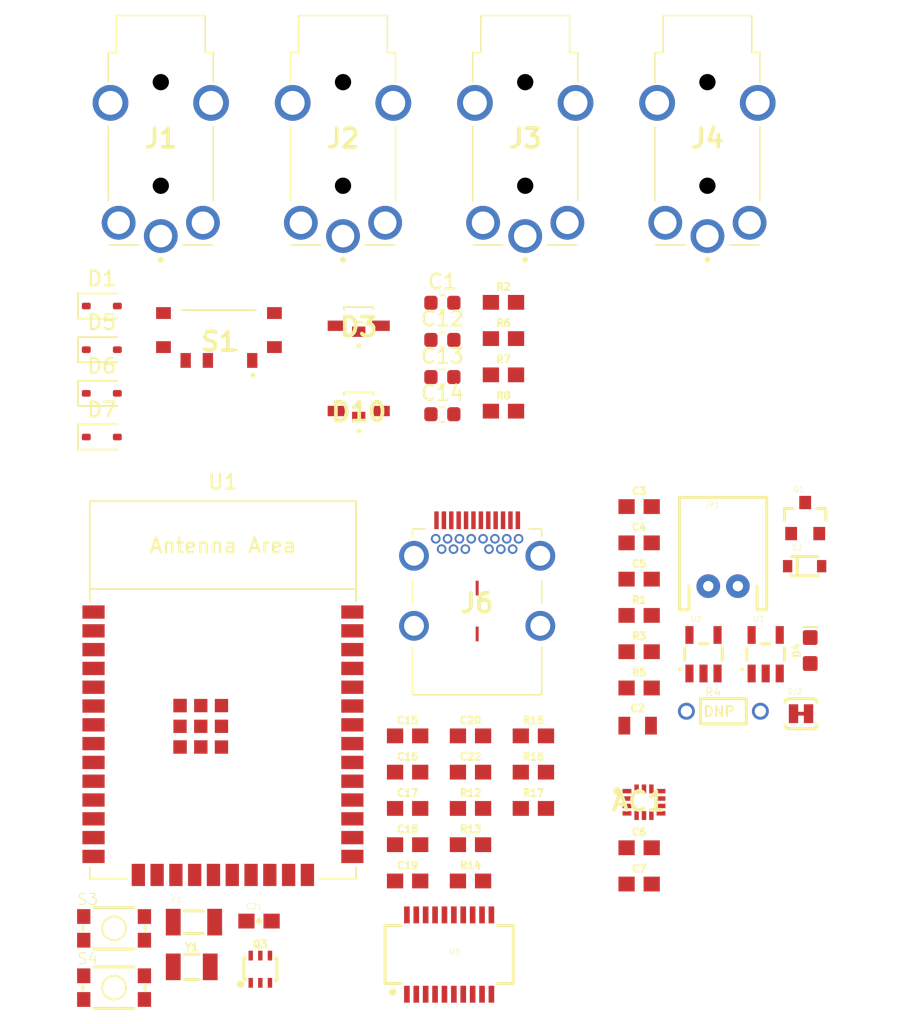
<source format=kicad_pcb>
(kicad_pcb (version 20221018) (generator pcbnew)
  (layers (0 "F.Cu" signal) (31 "B.Cu" signal) (34 "B.Paste" user) (35 "F.Paste" user) (36 "B.SilkS" user "B.Silkscreen") (37 "F.SilkS" user "F.Silkscreen") (38 "B.Mask" user) (39 "F.Mask" user) (44 "Edge.Cuts" user))
  (net 0 "")
  (net 1 "GND")
  (net 2 "/LSM6DS_INT")
  (net 3 "3.3V")
  (net 7 "/I2C_SCL")
  (net 8 "/I2C_SDA")
  (net 9 "/BTN_1")
  (net 10 "/Battery_and_Power_Managment/V_IN")
  (net 11 "V_BATT")
  (net 12 "V_USB")
  (net 13 "/BTN_2")
  (net 14 "/BTN_3")
  (net 15 "/BTN_4")
  (net 16 "Net-(U1-32K_XP{slash}GPIO32{slash}ADC1_CH4)")
  (net 17 "Net-(U1-32K_XN{slash}GPIO33{slash}ADC1_CH5)")
  (net 18 "Net-(C17-Pad1)")
  (net 19 "/Microcontroller/D-")
  (net 20 "/Microcontroller/D+")
  (net 21 "/Microcontroller/3.3V_F")
  (net 22 "/Battery_and_Power_Managment/V_PWR_SWITCH")
  (net 23 "Net-(D3-K1)")
  (net 24 "Net-(D3-K2)")
  (net 25 "Net-(D4-PadA)")
  (net 26 "Net-(U3-STAT)")
  (net 27 "Net-(D10-K1)")
  (net 28 "Net-(D10-K2)")
  (net 49 "/Microcontroller/DTR")
  (net 50 "Net-(Q3B-B)")
  (net 51 "/Microcontroller/EN")
  (net 52 "/Microcontroller/RTS")
  (net 53 "Net-(Q3A-B)")
  (net 54 "/Microcontroller/BOOT")
  (net 55 "/LED_BAT_G")
  (net 56 "Net-(R3-Pad2)")
  (net 57 "Net-(U3-PROG)")
  (net 58 "/LED_BAT_R")
  (net 59 "/LED_DEV_G")
  (net 60 "/LED_DEV_R")
  (net 61 "Net-(U5-USBDM)")
  (net 62 "Net-(U5-USBDP)")
  (net 64 "/Microcontroller/GPIO_36")
  (net 65 "/Microcontroller/GPIO_39")
  (net 66 "/Microcontroller/GPIO_35")
  (net 67 "/Microcontroller/GPIO_14")
  (net 68 "/Microcontroller/GPIO_12")
  (net 69 "/Microcontroller/GPIO_13")
  (net 70 "/Microcontroller/GPIO_15")
  (net 71 "/Microcontroller/GPIO_2")
  (net 72 "/Microcontroller/GPIO_4")
  (net 73 "/Microcontroller/GPIO_5")
  (net 74 "/Microcontroller/U0RXD")
  (net 75 "/Microcontroller/U0TXD")
  (footprint "HeadMouse:LSM6DSOXTR" (layer "F.Cu") (at 38.324 54.2)
    (fp_text reference "AC1" (at -0.35682 -0.05775) (layer "F.SilkS") (effects (font (size 1.27 1.27) (thickness 0.254))))
    (fp_text value "LSM6DSOXTR" hide)
    (pad "1" smd rect (at -1.15 -0.75 90) (size 0.3 0.6) (layers "F.Cu" "F.Paste" "F.Mask") (net 1 "GND"))
    (pad "2" smd rect (at -1.15 -0.25 90) (size 0.3 0.6) (layers "F.Cu" "F.Paste" "F.Mask") (net 1 "GND"))
    (pad "3" smd rect (at -1.15 0.25 90) (size 0.3 0.6) (layers "F.Cu" "F.Paste" "F.Mask") (net 1 "GND"))
    (pad "4" smd rect (at -1.15 0.75 90) (size 0.3 0.6) (layers "F.Cu" "F.Paste" "F.Mask") (net 2 "/LSM6DS_INT"))
    (pad "5" smd rect (at -0.5 0.9) (size 0.3 0.6) (layers "F.Cu" "F.Paste" "F.Mask") (net 3 "3.3V"))
    (pad "6" smd rect (at 0 0.9) (size 0.3 0.6) (layers "F.Cu" "F.Paste" "F.Mask") (net 1 "GND"))
    (pad "7" smd rect (at 0.5 0.9) (size 0.3 0.6) (layers "F.Cu" "F.Paste" "F.Mask") (net 1 "GND"))
    (pad "8" smd rect (at 1.15 0.75 90) (size 0.3 0.6) (layers "F.Cu" "F.Paste" "F.Mask") (net 3 "3.3V"))
    (pad "9" smd rect (at 1.15 0.25 90) (size 0.3 0.6) (layers "F.Cu" "F.Paste" "F.Mask"))
    (pad "10" smd rect (at 1.15 -0.25 90) (size 0.3 0.6) (layers "F.Cu" "F.Paste" "F.Mask"))
    (pad "11" smd rect (at 1.15 -0.75 90) (size 0.3 0.6) (layers "F.Cu" "F.Paste" "F.Mask"))
    (pad "12" smd rect (at 0.5 -0.9) (size 0.3 0.6) (layers "F.Cu" "F.Paste" "F.Mask") (net 3 "3.3V"))
    (pad "13" smd rect (at 0 -0.9) (size 0.3 0.6) (layers "F.Cu" "F.Paste" "F.Mask") (net 7 "/I2C_SCL"))
    (pad "14" smd rect (at -0.5 -0.9) (size 0.3 0.6) (layers "F.Cu" "F.Paste" "F.Mask") (net 8 "/I2C_SDA"))
  )
  (footprint "Diode_SMD:D_SOD-323" (layer "F.Cu") (at 1.67 29.525)
    (fp_text reference "D7" (at 0 -1.85) (layer "F.SilkS"))
    (fp_text value "PESD5V0S1BA,115")
    (pad "1" smd roundrect (at -1.05 0) (size 0.6 0.45) (layers "F.Cu" "F.Paste" "F.Mask") (net 15 "/BTN_4"))
    (pad "2" smd roundrect (at 1.05 0) (size 0.6 0.45) (layers "F.Cu" "F.Paste" "F.Mask") (net 1 "GND"))
  )
  (footprint "esp32-thing:0603-CAP" (layer "F.Cu") (at 12.2984 62.2284)
    (fp_text reference "C21" (at -0.889 -0.762) (layer "F.SilkS") (effects (font (size 0.373888 0.373888) (thickness 0.032512)) (justify left bottom)))
    (fp_text value "4.7uF")
    (pad "1" smd rect (at -0.85 0) (size 1.1 1) (layers "F.Cu" "F.Paste" "F.Mask") (net 12 "V_USB"))
    (pad "2" smd rect (at 0.85 0) (size 1.1 1) (layers "F.Cu" "F.Paste" "F.Mask") (net 1 "GND"))
  )
  (footprint "esp32-thing:0603" (layer "F.Cu") (at 37.9954 34.2254)
    (fp_text reference "C3" (at 0 -0.762) (layer "F.SilkS") (effects (font (size 0.48768 0.48768) (thickness 0.12192)) (justify bottom)))
    (fp_text value "2.2UF-0603-10V-20%")
    (pad "1" smd rect (at -0.85 0) (size 1.1 1) (layers "F.Cu" "F.Paste" "F.Mask") (net 3 "3.3V"))
    (pad "2" smd rect (at 0.85 0) (size 1.1 1) (layers "F.Cu" "F.Paste" "F.Mask") (net 1 "GND"))
  )
  (footprint "esp32-thing:0603" (layer "F.Cu") (at 37.9954 46.4794)
    (fp_text reference "R5" (at 0 -0.762) (layer "F.SilkS") (effects (font (size 0.48768 0.48768) (thickness 0.12192)) (justify bottom)))
    (fp_text value "1K")
    (pad "1" smd rect (at -0.85 0) (size 1.1 1) (layers "F.Cu" "F.Paste" "F.Mask") (net 12 "V_USB"))
    (pad "2" smd rect (at 0.85 0) (size 1.1 1) (layers "F.Cu" "F.Paste" "F.Mask") (net 25 "Net-(D4-PadA)"))
  )
  (footprint "esp32-thing:0603" (layer "F.Cu") (at 37.9954 59.7262)
    (fp_text reference "C7" (at 0 -0.762) (layer "F.SilkS") (effects (font (size 0.48768 0.48768) (thickness 0.12192)) (justify bottom)))
    (fp_text value "0.1UF-0603-25V-(+80/-20%)")
    (pad "1" smd rect (at -0.85 0) (size 1.1 1) (layers "F.Cu" "F.Paste" "F.Mask") (net 3 "3.3V"))
    (pad "2" smd rect (at 0.85 0) (size 1.1 1) (layers "F.Cu" "F.Paste" "F.Mask") (net 1 "GND"))
  )
  (footprint "esp32-thing:TACTILE_SWITCH_SMD_4.6X2.8MM" (layer "F.Cu") (at 2.5 66.7248)
    (fp_text reference "S4" (at -2.54 -1.524) (layer "F.SilkS") (effects (font (size 0.747776 0.747776) (thickness 0.065024)) (justify left bottom)))
    (fp_text value "SWITCH-MOMENTARY-2SMD-4.6X2.8MM")
    (pad "1" smd rect (at -2.05 0.8) (size 0.9 1) (layers "F.Cu" "F.Paste" "F.Mask") (net 1 "GND"))
    (pad "2" smd rect (at 2.05 0.8) (size 0.9 1) (layers "F.Cu" "F.Paste" "F.Mask") (net 1 "GND"))
    (pad "3" smd rect (at 2.05 -0.8) (size 0.9 1) (layers "F.Cu" "F.Paste" "F.Mask") (net 51 "/Microcontroller/EN"))
    (pad "4" smd rect (at -2.05 -0.8) (size 0.9 1) (layers "F.Cu" "F.Paste" "F.Mask") (net 51 "/Microcontroller/EN"))
  )
  (footprint "esp32-thing:PAD-JUMPER-2-NC_BY_TRACE_YES_SILK" (layer "F.Cu") (at 48.9411 48.2176)
    (fp_text reference "SJ2" (at -0.9525 -1.27) (layer "F.SilkS") (effects (font (size 0.373888 0.373888) (thickness 0.032512)) (justify left bottom)))
    (fp_text value "JUMPER-PAD-2-NC_BY_TRACE")
    (fp_line (start -0.381 0) (end 0.381 0) (stroke (width 0.254)) (layer "F.Cu"))
    (pad "1" smd rect (at -0.508 0) (size 0.635 1.27) (layers "F.Cu" "F.Mask") (net 56 "Net-(R3-Pad2)"))
    (pad "2" smd rect (at 0.508 0) (size 0.635 1.27) (layers "F.Cu" "F.Mask") (net 57 "Net-(U3-PROG)"))
  )
  (footprint "esp32-thing:0603" (layer "F.Cu") (at 26.5962 59.5186)
    (fp_text reference "R14" (at 0 -0.762) (layer "F.SilkS") (effects (font (size 0.48768 0.48768) (thickness 0.12192)) (justify bottom)))
    (fp_text value "27")
    (pad "1" smd rect (at -0.85 0) (size 1.1 1) (layers "F.Cu" "F.Paste" "F.Mask") (net 19 "/Microcontroller/D-"))
    (pad "2" smd rect (at 0.85 0) (size 1.1 1) (layers "F.Cu" "F.Paste" "F.Mask") (net 61 "Net-(U5-USBDM)"))
  )
  (footprint "esp32-thing:0603" (layer "F.Cu") (at 37.9954 41.5778)
    (fp_text reference "R1" (at 0 -0.762) (layer "F.SilkS") (effects (font (size 0.48768 0.48768) (thickness 0.12192)) (justify bottom)))
    (fp_text value "10KOHM-0603-1/10W-1%")
    (pad "1" smd rect (at -0.85 0) (size 1.1 1) (layers "F.Cu" "F.Paste" "F.Mask") (net 1 "GND"))
    (pad "2" smd rect (at 0.85 0) (size 1.1 1) (layers "F.Cu" "F.Paste" "F.Mask") (net 12 "V_USB"))
  )
  (footprint "esp32-thing:CRYSTAL-SMD-3.2X1.5MM" (layer "F.Cu") (at 7.75 65.3216)
    (fp_text reference "Y1" (at 0 -1.043) (layer "F.SilkS") (effects (font (size 0.48768 0.48768) (thickness 0.12192)) (justify bottom)))
    (fp_text value "32.768 kHz")
    (pad "P$1" smd rect (at -1.25 0) (size 1 1.8) (layers "F.Cu" "F.Paste" "F.Mask"))
    (pad "P$2" smd rect (at 1.25 0) (size 1 1.8) (layers "F.Cu" "F.Paste" "F.Mask"))
  )
  (footprint "esp32-thing:LED-0603" (layer "F.Cu") (at 49.55975 43.951)
    (fp_text reference "D4" (at -0.635 0 90) (layer "F.SilkS") (effects (font (size 0.48768 0.48768) (thickness 0.12192)) (justify bottom)))
    (fp_text value "Yellow")
    (pad "A" smd roundrect (at 0 0.877) (size 1 1) (layers "F.Cu" "F.Paste" "F.Mask") (roundrect_rratio 0.15) (net 25 "Net-(D4-PadA)"))
    (pad "C" smd roundrect (at 0 -0.877) (size 1 1) (layers "F.Cu" "F.Paste" "F.Mask") (roundrect_rratio 0.15) (net 26 "Net-(U3-STAT)"))
  )
  (footprint "esp32-thing:SOT23-5" (layer "F.Cu") (at 46.5506 44.2001)
    (fp_text reference "U3" (at -0.889 -2.159) (layer "F.SilkS") (effects (font (size 0.373888 0.373888) (thickness 0.032512)) (justify left bottom)))
    (fp_text value "MCP73831")
    (pad "1" smd rect (at -0.95 1.3001) (size 0.55 1.2) (layers "F.Cu" "F.Paste" "F.Mask") (net 26 "Net-(U3-STAT)"))
    (pad "2" smd rect (at 0 1.3001) (size 0.55 1.2) (layers "F.Cu" "F.Paste" "F.Mask") (net 1 "GND"))
    (pad "3" smd rect (at 0.95 1.3001) (size 0.55 1.2) (layers "F.Cu" "F.Paste" "F.Mask") (net 11 "V_BATT"))
    (pad "4" smd rect (at 0.95 -1.3001) (size 0.55 1.2) (layers "F.Cu" "F.Paste" "F.Mask") (net 12 "V_USB"))
    (pad "5" smd rect (at -0.95 -1.3001) (size 0.55 1.2) (layers "F.Cu" "F.Paste" "F.Mask") (net 57 "Net-(U3-PROG)"))
  )
  (footprint "HeadMouse:FC68125" (layer "F.Cu") (at 42.613 9.35)
    (fp_text reference "J4" (at 0 0) (layer "F.SilkS") (effects (font (size 1.27 1.27) (thickness 0.254))))
    (fp_text value "FC68125" hide)
    (pad "" np_thru_hole circle (at 0 -3.8) (size 1.1 1.1) (drill 1.1) (layers "*.Mask"))
    (pad "" np_thru_hole circle (at 0 3.2) (size 1.1 1.1) (drill 1.1) (layers "*.Mask"))
    (pad "1S" thru_hole circle (at 0 6.6) (size 2.285 2.285) (drill 1.5232) (layers "*.Cu" "*.Mask") (net 1 "GND"))
    (pad "2R" thru_hole circle (at -2.85 5.7) (size 2.285 2.285) (drill 1.5232) (layers "*.Cu" "*.Mask"))
    (pad "3T" thru_hole circle (at -3.4 -2.4) (size 2.419 2.419) (drill 1.6125) (layers "*.Cu" "*.Mask") (net 15 "/BTN_4"))
    (pad "3T" thru_hole circle (at 3.4 -2.4) (size 2.419 2.419) (drill 1.6125) (layers "*.Cu" "*.Mask") (net 15 "/BTN_4"))
    (pad "6SR" thru_hole circle (at 2.85 5.7) (size 2.285 2.285) (drill 1.5232) (layers "*.Cu" "*.Mask"))
  )
  (footprint "esp32-thing:0603" (layer "F.Cu") (at 26.5962 49.7154)
    (fp_text reference "C20" (at 0 -0.762) (layer "F.SilkS") (effects (font (size 0.48768 0.48768) (thickness 0.12192)) (justify bottom)))
    (fp_text value "0.1UF-0603-25V-(+80/-20%)")
    (pad "1" smd rect (at -0.85 0) (size 1.1 1) (layers "F.Cu" "F.Paste" "F.Mask") (net 12 "V_USB"))
    (pad "2" smd rect (at 0.85 0) (size 1.1 1) (layers "F.Cu" "F.Paste" "F.Mask") (net 1 "GND"))
  )
  (footprint "esp32-thing:0603" (layer "F.Cu") (at 22.3454 52.1662)
    (fp_text reference "C16" (at 0 -0.762) (layer "F.SilkS") (effects (font (size 0.48768 0.48768) (thickness 0.12192)) (justify bottom)))
    (fp_text value "10PF-0603-50V-5%")
    (pad "1" smd rect (at -0.85 0) (size 1.1 1) (layers "F.Cu" "F.Paste" "F.Mask") (net 1 "GND"))
    (pad "2" smd rect (at 0.85 0) (size 1.1 1) (layers "F.Cu" "F.Paste" "F.Mask") (net 17 "Net-(U1-32K_XN{slash}GPIO33{slash}ADC1_CH5)"))
  )
  (footprint "esp32-thing:0603" (layer "F.Cu") (at 30.847 52.1662)
    (fp_text reference "R16" (at 0 -0.762) (layer "F.SilkS") (effects (font (size 0.48768 0.48768) (thickness 0.12192)) (justify bottom)))
    (fp_text value "10k")
    (pad "1" smd rect (at -0.85 0) (size 1.1 1) (layers "F.Cu" "F.Paste" "F.Mask") (net 54 "/Microcontroller/BOOT"))
    (pad "2" smd rect (at 0.85 0) (size 1.1 1) (layers "F.Cu" "F.Paste" "F.Mask") (net 3 "3.3V"))
  )
  (footprint "esp32-thing:0805" (layer "F.Cu") (at 37.8954 49.0254)
    (fp_text reference "C2" (at 0 -0.889) (layer "F.SilkS") (effects (font (size 0.48768 0.48768) (thickness 0.12192)) (justify bottom)))
    (fp_text value "1.0UF-0805-25V-(+80/-20%)")
    (pad "1" smd rect (at -0.9 0) (size 0.8 1.2) (layers "F.Cu" "F.Paste" "F.Mask") (net 10 "/Battery_and_Power_Managment/V_IN"))
    (pad "2" smd rect (at 0.9 0) (size 0.8 1.2) (layers "F.Cu" "F.Paste" "F.Mask") (net 1 "GND"))
  )
  (footprint "HeadMouse:450404015514" (layer "F.Cu") (at 9.59 22.3)
    (fp_text reference "S1" (at 0 0.775) (layer "F.SilkS") (effects (font (size 1.27 1.27) (thickness 0.254))))
    (fp_text value "450404015514" hide)
    (pad "" np_thru_hole circle (at -1.5 0) (size 1.2 1.2) (drill 1.2) (layers "*.Cu" "*.Mask"))
    (pad "" np_thru_hole circle (at 1.5 0) (size 1.2 1.2) (drill 1.2) (layers "*.Cu" "*.Mask"))
    (pad "1" smd rect (at 2.25 2.05) (size 0.7 1) (layers "F.Cu" "F.Paste" "F.Mask") (net 10 "/Battery_and_Power_Managment/V_IN"))
    (pad "2" smd rect (at -0.75 2.05) (size 0.7 1) (layers "F.Cu" "F.Paste" "F.Mask") (net 22 "/Battery_and_Power_Managment/V_PWR_SWITCH"))
    (pad "3" smd rect (at -2.25 2.05) (size 0.7 1) (layers "F.Cu" "F.Paste" "F.Mask"))
    (pad "MP1" smd rect (at 3.75 1.15 90) (size 0.8 1) (layers "F.Cu" "F.Paste" "F.Mask") (net 1 "GND"))
    (pad "MP2" smd rect (at -3.75 1.15 90) (size 0.8 1) (layers "F.Cu" "F.Paste" "F.Mask") (net 1 "GND"))
    (pad "MP3" smd rect (at -3.75 -1.15 90) (size 0.8 1) (layers "F.Cu" "F.Paste" "F.Mask") (net 1 "GND"))
    (pad "MP4" smd rect (at 3.75 -1.15 90) (size 0.8 1) (layers "F.Cu" "F.Paste" "F.Mask") (net 1 "GND"))
  )
  (footprint "esp32-thing:0603" (layer "F.Cu") (at 28.8254 22.8762)
    (fp_text reference "R6" (at 0 -0.762) (layer "F.SilkS") (effects (font (size 0.48768 0.48768) (thickness 0.12192)) (justify bottom)))
    (fp_text value "120")
    (pad "1" smd rect (at -0.85 0) (size 1.1 1) (layers "F.Cu" "F.Paste" "F.Mask") (net 58 "/LED_BAT_R"))
    (pad "2" smd rect (at 0.85 0) (size 1.1 1) (layers "F.Cu" "F.Paste" "F.Mask") (net 23 "Net-(D3-K1)"))
  )
  (footprint "HeadMouse:FC68125" (layer "F.Cu") (at 5.659 9.35)
    (fp_text reference "J1" (at 0 0) (layer "F.SilkS") (effects (font (size 1.27 1.27) (thickness 0.254))))
    (fp_text value "FC68125" hide)
    (pad "" np_thru_hole circle (at 0 -3.8) (size 1.1 1.1) (drill 1.1) (layers "*.Mask"))
    (pad "" np_thru_hole circle (at 0 3.2) (size 1.1 1.1) (drill 1.1) (layers "*.Mask"))
    (pad "1S" thru_hole circle (at 0 6.6) (size 2.285 2.285) (drill 1.5232) (layers "*.Cu" "*.Mask") (net 1 "GND"))
    (pad "2R" thru_hole circle (at -2.85 5.7) (size 2.285 2.285) (drill 1.5232) (layers "*.Cu" "*.Mask"))
    (pad "3T" thru_hole circle (at -3.4 -2.4) (size 2.419 2.419) (drill 1.6125) (layers "*.Cu" "*.Mask") (net 9 "/BTN_1"))
    (pad "3T" thru_hole circle (at 3.4 -2.4) (size 2.419 2.419) (drill 1.6125) (layers "*.Cu" "*.Mask") (net 9 "/BTN_1"))
    (pad "6SR" thru_hole circle (at 2.85 5.7) (size 2.285 2.285) (drill 1.5232) (layers "*.Cu" "*.Mask"))
  )
  (footprint "esp32-thing:0603" (layer "F.Cu") (at 22.3454 49.7154)
    (fp_text reference "C15" (at 0 -0.762) (layer "F.SilkS") (effects (font (size 0.48768 0.48768) (thickness 0.12192)) (justify bottom)))
    (fp_text value "10PF-0603-50V-5%")
    (pad "1" smd rect (at -0.85 0) (size 1.1 1) (layers "F.Cu" "F.Paste" "F.Mask") (net 1 "GND"))
    (pad "2" smd rect (at 0.85 0) (size 1.1 1) (layers "F.Cu" "F.Paste" "F.Mask") (net 16 "Net-(U1-32K_XP{slash}GPIO32{slash}ADC1_CH4)"))
  )
  (footprint "esp32-thing:0603" (layer "F.Cu") (at 28.8254 27.7778)
    (fp_text reference "R8" (at 0 -0.762) (layer "F.SilkS") (effects (font (size 0.48768 0.48768) (thickness 0.12192)) (justify bottom)))
    (fp_text value "120")
    (pad "1" smd rect (at -0.85 0) (size 1.1 1) (layers "F.Cu" "F.Paste" "F.Mask") (net 60 "/LED_DEV_R"))
    (pad "2" smd rect (at 0.85 0) (size 1.1 1) (layers "F.Cu" "F.Paste" "F.Mask") (net 27 "Net-(D10-K1)"))
  )
  (footprint "esp32-thing:0603" (layer "F.Cu") (at 22.3454 54.617)
    (fp_text reference "C17" (at 0 -0.762) (layer "F.SilkS") (effects (font (size 0.48768 0.48768) (thickness 0.12192)) (justify bottom)))
    (fp_text value "0.1UF-0603-25V-(+80/-20%)")
    (pad "1" smd rect (at -0.85 0) (size 1.1 1) (layers "F.Cu" "F.Paste" "F.Mask") (net 18 "Net-(C17-Pad1)"))
    (pad "2" smd rect (at 0.85 0) (size 1.1 1) (layers "F.Cu" "F.Paste" "F.Mask") (net 1 "GND"))
  )
  (footprint "esp32-thing:SOD-323" (layer "F.Cu") (at 49.185 38.2516)
    (fp_text reference "D2" (at -0.889 -1.016) (layer "F.SilkS") (effects (font (size 0.373888 0.373888) (thickness 0.032512)) (justify left bottom)))
    (fp_text value "DIODE-SCHOTTKY-BAT20J")
    (pad "A" smd rect (at 1.15 0) (size 0.63 0.83) (layers "F.Cu" "F.Paste" "F.Mask") (net 12 "V_USB"))
    (pad "C" smd rect (at -1.15 0) (size 0.63 0.83) (layers "F.Cu" "F.Paste" "F.Mask") (net 22 "/Battery_and_Power_Managment/V_PWR_SWITCH"))
  )
  (footprint "esp32-thing:0603" (layer "F.Cu") (at 37.9954 57.2754)
    (fp_text reference "C6" (at 0 -0.762) (layer "F.SilkS") (effects (font (size 0.48768 0.48768) (thickness 0.12192)) (justify bottom)))
    (fp_text value "0.1UF-0603-25V-(+80/-20%)")
    (pad "1" smd rect (at -0.85 0) (size 1.1 1) (layers "F.Cu" "F.Paste" "F.Mask") (net 3 "3.3V"))
    (pad "2" smd rect (at 0.85 0) (size 1.1 1) (layers "F.Cu" "F.Paste" "F.Mask") (net 1 "GND"))
  )
  (footprint "esp32-thing:0603" (layer "F.Cu") (at 30.847 54.617)
    (fp_text reference "R17" (at 0 -0.762) (layer "F.SilkS") (effects (font (size 0.48768 0.48768) (thickness 0.12192)) (justify bottom)))
    (fp_text value "10k")
    (pad "1" smd rect (at -0.85 0) (size 1.1 1) (layers "F.Cu" "F.Paste" "F.Mask") (net 51 "/Microcontroller/EN"))
    (pad "2" smd rect (at 0.85 0) (size 1.1 1) (layers "F.Cu" "F.Paste" "F.Mask") (net 3 "3.3V"))
  )
  (footprint "esp32-thing:PTC-1206" (layer "F.Cu") (at 7.9 62.2995)
    (fp_text reference "F2" (at -1.524 -1.27) (layer "F.SilkS") (effects (font (size 0.373888 0.373888) (thickness 0.032512)) (justify left bottom)))
    (fp_text value "PTCSMD")
    (pad "1" smd rect (at -1.4 0) (size 1 1.8) (layers "F.Cu" "F.Paste" "F.Mask") (net 18 "Net-(C17-Pad1)"))
    (pad "2" smd rect (at 1.4 0) (size 1 1.8) (layers "F.Cu" "F.Paste" "F.Mask") (net 12 "V_USB"))
  )
  (footprint "HeadMouse:632723300011" (layer "F.Cu") (at 27.046 41.045)
    (fp_text reference "J6" (at 0 -0.3) (layer "F.SilkS") (effects (font (size 1.27 1.27) (thickness 0.254))))
    (fp_text value "USB_C_Receptacle" hide)
    (pad "1" thru_hole circle (at 2 -4.645) (size 0.65 0.65) (drill 0.4) (layers "*.Cu" "*.Mask"))
    (pad "2" thru_hole circle (at -2 -4.645) (size 0.65 0.65) (drill 0.4) (layers "*.Cu" "*.Mask"))
    (pad "3" thru_hole circle (at 4.27 -3.495) (size 2.012 2.012) (drill 1.3416) (layers "*.Cu" "*.Mask"))
    (pad "4" thru_hole circle (at -4.27 -3.495) (size 2.012 2.012) (drill 1.3416) (layers "*.Cu" "*.Mask"))
    (pad "5" thru_hole circle (at 4.27 1.235) (size 2.012 2.012) (drill 1.3416) (layers "*.Cu" "*.Mask"))
    (pad "6" thru_hole circle (at -4.27 1.235) (size 2.012 2.012) (drill 1.3416) (layers "*.Cu" "*.Mask"))
    (pad "7" smd rect (at 0 -1.315) (size 0.2 1) (layers "F.Cu" "F.Paste" "F.Mask"))
    (pad "8" smd rect (at 0 1.785) (size 0.2 1) (layers "F.Cu" "F.Paste" "F.Mask"))
    (pad "A1" smd rect (at -2.75 -5.895) (size 0.3 1.2) (layers "F.Cu" "F.Paste" "F.Mask") (net 1 "GND"))
    (pad "A2" smd rect (at -2.25 -5.895) (size 0.3 1.2) (layers "F.Cu" "F.Paste" "F.Mask"))
    (pad "A3" smd rect (at -1.75 -5.895) (size 0.3 1.2) (layers "F.Cu" "F.Paste" "F.Mask"))
    (pad "A4" smd rect (at -1.25 -5.895) (size 0.3 1.2) (layers "F.Cu" "F.Paste" "F.Mask") (net 18 "Net-(C17-Pad1)"))
    (pad "A5" smd rect (at -0.75 -5.895) (size 0.3 1.2) (layers "F.Cu" "F.Paste" "F.Mask"))
    (pad "A6" smd rect (at -0.25 -5.895) (size 0.3 1.2) (layers "F.Cu" "F.Paste" "F.Mask") (net 20 "/Microcontroller/D+"))
    (pad "A7" smd rect (at 0.25 -5.895) (size 0.3 1.2) (layers "F.Cu" "F.Paste" "F.Mask") (net 19 "/Microcontroller/D-"))
    (pad "A8" smd rect (at 0.75 -5.895) (size 0.3 1.2) (layers "F.Cu" "F.Paste" "F.Mask"))
    (pad "A9" smd rect (at 1.25 -5.895) (size 0.3 1.2) (layers "F.Cu" "F.Paste" "F.Mask") (net 18 "Net-(C17-Pad1)"))
    (pad "A10" smd rect (at 1.75 -5.895) (size 0.3 1.2) (layers "F.Cu" "F.Paste" "F.Mask"))
    (pad "A11" smd rect (at 2.25 -5.895) (size 0.3 1.2) (layers "F.Cu" "F.Paste" "F.Mask"))
    (pad "A12" smd rect (at 2.75 -5.895) (size 0.3 1.2) (layers "F.Cu" "F.Paste" "F.Mask") (net 1 "GND"))
    (pad "B1" thru_hole circle (at 2.8 -4.645) (size 0.65 0.65) (drill 0.4) (layers "*.Cu" "*.Mask") (net 1 "GND"))
    (pad "B2" thru_hole circle (at 2.4 -3.945) (size 0.65 0.65) (drill 0.4) (layers "*.Cu" "*.Mask"))
    (pad "B3" thru_hole circle (at 1.6 -3.945) (size 0.65 0.65) (drill 0.4) (layers "*.Cu" "*.Mask"))
    (pad "B4" thru_hole circle (at 1.2 -4.645) (size 0.65 0.65) (drill 0.4) (layers "*.Cu" "*.Mask") (net 18 "Net-(C17-Pad1)"))
    (pad "B5" thru_hole circle (at 0.8 -3.945) (size 0.65 0.65) (drill 0.4) (layers "*.Cu" "*.Mask"))
    (pad "B6" thru_hole circle (at 0.4 -4.645) (size 0.65 0.65) (drill 0.4) (layers "*.Cu" "*.Mask") (net 20 "/Microcontroller/D+"))
    (pad "B7" thru_hole circle (at -0.4 -4.645) (size 0.65 0.65) (drill 0.4) (layers "*.Cu" "*.Mask") (net 19 "/Microcontroller/D-"))
    (pad "B8" thru_hole circle (at -0.8 -3.945) (size 0.65 0.65) (drill 0.4) (layers "*.Cu" "*.Mask"))
    (pad "B9" thru_hole circle (at -1.2 -4.645) (size 0.65 0.65) (drill 0.4) (layers "*.Cu" "*.Mask") (net 18 "Net-(C17-Pad1)"))
    (pad "B10" thru_hole circle (at -1.6 -3.945) (size 0.65 0.65) (drill 0.4) (layers "*.Cu" "*.Mask"))
    (pad "B11" thru_hole circle (at -2.4 -3.945) (size 0.65 0.65) (drill 0.4) (layers "*.Cu" "*.Mask"))
    (pad "B12" thru_hole circle (at -2.8 -4.645) (size 0.65 0.65) (drill 0.4) (layers "*.Cu" "*.Mask") (net 1 "GND"))
  )
  (footprint "esp32-thing:0603" (layer "F.Cu") (at 22.3454 57.0678)
    (fp_text reference "C18" (at 0 -0.762) (layer "F.SilkS") (effects (font (size 0.48768 0.48768) (thickness 0.12192)) (justify bottom)))
    (fp_text value "47PF-0603-50V-5%")
    (pad "1" smd rect (at -0.85 0) (size 1.1 1) (layers "F.Cu" "F.Paste" "F.Mask") (net 19 "/Microcontroller/D-"))
    (pad "2" smd rect (at 0.85 0) (size 1.1 1) (layers "F.Cu" "F.Paste" "F.Mask") (net 1 "GND"))
  )
  (footprint "Capacitor_SMD:C_0603_1608Metric" (layer "F.Cu") (at 24.695 22.965)
    (fp_text reference "C12" (at 0 -1.43) (layer "F.SilkS"))
    (fp_text value "100n")
    (pad "1" smd roundrect (at -0.775 0) (size 0.9 0.95) (layers "F.Cu" "F.Paste" "F.Mask") (net 13 "/BTN_2"))
    (pad "2" smd roundrect (at 0.775 0) (size 0.9 0.95) (layers "F.Cu" "F.Paste" "F.Mask") (net 1 "GND"))
  )
  (footprint "esp32-thing:0603" (layer "F.Cu") (at 37.9954 39.127)
    (fp_text reference "C5" (at 0 -0.762) (layer "F.SilkS") (effects (font (size 0.48768 0.48768) (thickness 0.12192)) (justify bottom)))
    (fp_text value "4.7UF0603")
    (pad "1" smd rect (at -0.85 0) (size 1.1 1) (layers "F.Cu" "F.Paste" "F.Mask") (net 12 "V_USB"))
    (pad "2" smd rect (at 0.85 0) (size 1.1 1) (layers "F.Cu" "F.Paste" "F.Mask") (net 1 "GND"))
  )
  (footprint "esp32-thing:0603" (layer "F.Cu") (at 28.8254 20.4254)
    (fp_text reference "R2" (at 0 -0.762) (layer "F.SilkS") (effects (font (size 0.48768 0.48768) (thickness 0.12192)) (justify bottom)))
    (fp_text value "120")
    (pad "1" smd rect (at -0.85 0) (size 1.1 1) (layers "F.Cu" "F.Paste" "F.Mask") (net 55 "/LED_BAT_G"))
    (pad "2" smd rect (at 0.85 0) (size 1.1 1) (layers "F.Cu" "F.Paste" "F.Mask") (net 24 "Net-(D3-K2)"))
  )
  (footprint "Espressif:ESP32-WROOM-32E" (layer "F.Cu") (at 9.86 48.36)
    (fp_text reference "U1" (at 0 -15.8) (layer "F.SilkS"))
    (fp_text value "ESP32-WROOM-E")
    (fp_text user "Antenna Area" (at 0 -11.5) (layer "F.SilkS"))
    (pad "1" smd rect (at -8.75 -7.01) (size 1.5 0.9) (layers "F.Cu" "F.Paste" "F.Mask") (net 1 "GND"))
    (pad "2" smd rect (at -8.75 -5.74) (size 1.5 0.9) (layers "F.Cu" "F.Paste" "F.Mask") (net 3 "3.3V"))
    (pad "3" smd rect (at -8.75 -4.47) (size 1.5 0.9) (layers "F.Cu" "F.Paste" "F.Mask") (net 51 "/Microcontroller/EN"))
    (pad "4" smd rect (at -8.75 -3.2) (size 1.5 0.9) (layers "F.Cu" "F.Paste" "F.Mask") (net 64 "/Microcontroller/GPIO_36"))
    (pad "5" smd rect (at -8.75 -1.93) (size 1.5 0.9) (layers "F.Cu" "F.Paste" "F.Mask") (net 65 "/Microcontroller/GPIO_39"))
    (pad "6" smd rect (at -8.75 -0.66) (size 1.5 0.9) (layers "F.Cu" "F.Paste" "F.Mask") (net 15 "/BTN_4"))
    (pad "7" smd rect (at -8.75 0.61) (size 1.5 0.9) (layers "F.Cu" "F.Paste" "F.Mask") (net 66 "/Microcontroller/GPIO_35"))
    (pad "8" smd rect (at -8.75 1.88) (size 1.5 0.9) (layers "F.Cu" "F.Paste" "F.Mask") (net 16 "Net-(U1-32K_XP{slash}GPIO32{slash}ADC1_CH4)"))
    (pad "9" smd rect (at -8.75 3.15) (size 1.5 0.9) (layers "F.Cu" "F.Paste" "F.Mask") (net 17 "Net-(U1-32K_XN{slash}GPIO33{slash}ADC1_CH5)"))
    (pad "10" smd rect (at -8.75 4.42) (size 1.5 0.9) (layers "F.Cu" "F.Paste" "F.Mask") (net 9 "/BTN_1"))
    (pad "11" smd rect (at -8.75 5.69) (size 1.5 0.9) (layers "F.Cu" "F.Paste" "F.Mask") (net 13 "/BTN_2"))
    (pad "12" smd rect (at -8.75 6.96) (size 1.5 0.9) (layers "F.Cu" "F.Paste" "F.Mask") (net 14 "/BTN_3"))
    (pad "13" smd rect (at -8.75 8.23) (size 1.5 0.9) (layers "F.Cu" "F.Paste" "F.Mask") (net 67 "/Microcontroller/GPIO_14"))
    (pad "14" smd rect (at -8.75 9.5) (size 1.5 0.9) (layers "F.Cu" "F.Paste" "F.Mask") (net 68 "/Microcontroller/GPIO_12"))
    (pad "15" smd rect (at -5.72 10.75 90) (size 1.5 0.9) (layers "F.Cu" "F.Paste" "F.Mask") (net 1 "GND"))
    (pad "16" smd rect (at -4.45 10.75 90) (size 1.5 0.9) (layers "F.Cu" "F.Paste" "F.Mask") (net 69 "/Microcontroller/GPIO_13"))
    (pad "17" smd rect (at -3.18 10.75 90) (size 1.5 0.9) (layers "F.Cu" "F.Paste" "F.Mask"))
    (pad "18" smd rect (at -1.91 10.75 90) (size 1.5 0.9) (layers "F.Cu" "F.Paste" "F.Mask"))
    (pad "19" smd rect (at -0.64 10.75 90) (size 1.5 0.9) (layers "F.Cu" "F.Paste" "F.Mask"))
    (pad "20" smd rect (at 0.63 10.75 90) (size 1.5 0.9) (layers "F.Cu" "F.Paste" "F.Mask"))
    (pad "21" smd rect (at 1.9 10.75 90) (size 1.5 0.9) (layers "F.Cu" "F.Paste" "F.Mask"))
    (pad "22" smd rect (at 3.17 10.75 90) (size 1.5 0.9) (layers "F.Cu" "F.Paste" "F.Mask"))
    (pad "23" smd rect (at 4.44 10.75 90) (size 1.5 0.9) (layers "F.Cu" "F.Paste" "F.Mask") (net 70 "/Microcontroller/GPIO_15"))
    (pad "24" smd rect (at 5.71 10.75 90) (size 1.5 0.9) (layers "F.Cu" "F.Paste" "F.Mask") (net 71 "/Microcontroller/GPIO_2"))
    (pad "25" smd rect (at 8.75 9.5 180) (size 1.5 0.9) (layers "F.Cu" "F.Paste" "F.Mask") (net 54 "/Microcontroller/BOOT"))
    (pad "26" smd rect (at 8.75 8.23 180) (size 1.5 0.9) (layers "F.Cu" "F.Paste" "F.Mask") (net 72 "/Microcontroller/GPIO_4"))
    (pad "27" smd rect (at 8.75 6.96 180) (size 1.5 0.9) (layers "F.Cu" "F.Paste" "F.Mask") (net 59 "/LED_DEV_G"))
    (pad "28" smd rect (at 8.75 5.69 180) (size 1.5 0.9) (layers "F.Cu" "F.Paste" "F.Mask") (net 60 "/LED_DEV_R"))
    (pad "29" smd rect (at 8.75 4.42 180) (size 1.5 0.9) (layers "F.Cu" "F.Paste" "F.Mask") (net 73 "/Microcontroller/GPIO_5"))
    (pad "30" smd rect (at 8.75 3.15 180) (size 1.5 0.9) (layers "F.Cu" "F.Paste" "F.Mask") (net 55 "/LED_BAT_G"))
    (pad "31" smd rect (at 8.75 1.88 180) (size 1.5 0.9) (layers "F.Cu" "F.Paste" "F.Mask") (net 58 "/LED_BAT_R"))
    (pad "32" smd rect (at 8.75 0.61 180) (size 1.5 0.9) (layers "F.Cu" "F.Paste" "F.Mask"))
    (pad "33" smd rect (at 8.75 -0.66 180) (size 1.5 0.9) (layers "F.Cu" "F.Paste" "F.Mask") (net 8 "/I2C_SDA"))
    (pad "34" smd rect (at 8.75 -1.93 180) (size 1.5 0.9) (layers "F.Cu" "F.Paste" "F.Mask") (net 74 "/Microcontroller/U0RXD"))
    (pad "35" smd rect (at 8.75 -3.2 180) (size 1.5 0.9) (layers "F.Cu" "F.Paste" "F.Mask") (net 75 "/Microcontroller/U0TXD"))
    (pad "36" smd rect (at 8.75 -4.47 180) (size 1.5 0.9) (layers "F.Cu" "F.Paste" "F.Mask") (net 7 "/I2C_SCL"))
    (pad "37" smd rect (at 8.75 -5.74 180) (size 1.5 0.9) (layers "F.Cu" "F.Paste" "F.Mask") (net 2 "/LSM6DS_INT"))
    (pad "38" smd rect (at 8.75 -7.01 180) (size 1.5 0.9) (layers "F.Cu" "F.Paste" "F.Mask") (net 1 "GND"))
    (pad "39" smd rect (at -2.9 -0.69 180) (size 0.9 0.9) (layers "F.Cu" "F.Paste" "F.Mask") (net 1 "GND"))
    (pad "39" smd rect (at -2.9 -0.69 180) (size 0.9 0.9) (layers "F.Cu" "F.Paste" "F.Mask") (net 1 "GND"))
    (pad "39" smd rect (at -2.9 0.71 180) (size 0.9 0.9) (layers "F.Cu" "F.Paste" "F.Mask") (net 1 "GND"))
    (pad "39" smd rect (at -2.9 2.11 180) (size 0.9 0.9) (layers "F.Cu" "F.Paste" "F.Mask") (net 1 "GND"))
    (pad "39" smd rect (at -2.9 2.11 180) (size 0.9 0.9) (layers "F.Cu" "F.Paste" "F.Mask") (net 1 "GND"))
    (pad "39" smd rect (at -1.5 -0.69 180) (size 0.9 0.9) (layers "F.Cu" "F.Paste" "F.Mask") (net 1 "GND"))
    (pad "39" smd rect (at -1.5 0.71 180) (size 0.9 0.9) (layers "F.Cu" "F.Paste" "F.Mask") (net 1 "GND"))
    (pad "39" smd rect (at -1.5 2.11 180) (size 0.9 0.9) (layers "F.Cu" "F.Paste" "F.Mask") (net 1 "GND"))
    (pad "39" smd rect (at -1.5 2.11 180) (size 0.9 0.9) (layers "F.Cu" "F.Paste" "F.Mask") (net 1 "GND"))
    (pad "39" smd rect (at -0.1 -0.69 180) (size 0.9 0.9) (layers "F.Cu" "F.Paste" "F.Mask") (net 1 "GND"))
    (pad "39" smd rect (at -0.1 0.71 180) (size 0.9 0.9) (layers "F.Cu" "F.Paste" "F.Mask") (net 1 "GND"))
    (pad "39" smd rect (at -0.1 2.11 180) (size 0.9 0.9) (layers "F.Cu" "F.Paste" "F.Mask") (net 1 "GND"))
  )
  (footprint "esp32-thing:SOT23-5" (layer "F.Cu") (at 42.3472 44.2001)
    (fp_text reference "U2" (at -0.889 -2.159) (layer "F.SilkS") (effects (font (size 0.373888 0.373888) (thickness 0.032512)) (justify left bottom)))
    (fp_text value "V_REG_LDOSMD")
    (pad "1" smd rect (at -0.95 1.3001) (size 0.55 1.2) (layers "F.Cu" "F.Paste" "F.Mask") (net 10 "/Battery_and_Power_Managment/V_IN"))
    (pad "2" smd rect (at 0 1.3001) (size 0.55 1.2) (layers "F.Cu" "F.Paste" "F.Mask") (net 1 "GND"))
    (pad "3" smd rect (at 0.95 1.3001) (size 0.55 1.2) (layers "F.Cu" "F.Paste" "F.Mask") (net 10 "/Battery_and_Power_Managment/V_IN"))
    (pad "4" smd rect (at 0.95 -1.3001) (size 0.55 1.2) (layers "F.Cu" "F.Paste" "F.Mask"))
    (pad "5" smd rect (at -0.95 -1.3001) (size 0.55 1.2) (layers "F.Cu" "F.Paste" "F.Mask") (net 3 "3.3V"))
  )
  (footprint "HeadMouse:155124RV73200" (layer "F.Cu") (at 19.04 22.41)
    (fp_text reference "D3" (at 0 -0.33) (layer "F.SilkS") (effects (font (size 1.27 1.27) (thickness 0.254))))
    (fp_text value "155124RV73200" hide)
    (pad "1" smd rect (at 0 0 90) (size 0.7 0.9) (layers "F.Cu" "F.Paste" "F.Mask") (net 23 "Net-(D3-K1)"))
    (pad "2" smd rect (at 1.5 -0.4 90) (size 0.7 1.2) (layers "F.Cu" "F.Paste" "F.Mask") (net 3 "3.3V"))
    (pad "3" smd rect (at -1.5 -0.4 90) (size 0.7 1.2) (layers "F.Cu" "F.Paste" "F.Mask") (net 24 "Net-(D3-K2)"))
  )
  (footprint "esp32-thing:TACTILE_SWITCH_SMD_4.6X2.8MM" (layer "F.Cu") (at 2.5 62.7216)
    (fp_text reference "S3" (at -2.54 -1.524) (layer "F.SilkS") (effects (font (size 0.747776 0.747776) (thickness 0.065024)) (justify left bottom)))
    (fp_text value "SWITCH-MOMENTARY-2SMD-4.6X2.8MM")
    (pad "1" smd rect (at -2.05 0.8) (size 0.9 1) (layers "F.Cu" "F.Paste" "F.Mask") (net 1 "GND"))
    (pad "2" smd rect (at 2.05 0.8) (size 0.9 1) (layers "F.Cu" "F.Paste" "F.Mask") (net 1 "GND"))
    (pad "3" smd rect (at 2.05 -0.8) (size 0.9 1) (layers "F.Cu" "F.Paste" "F.Mask") (net 54 "/Microcontroller/BOOT"))
    (pad "4" smd rect (at -2.05 -0.8) (size 0.9 1) (layers "F.Cu" "F.Paste" "F.Mask") (net 54 "/Microcontroller/BOOT"))
  )
  (footprint "esp32-thing:0603" (layer "F.Cu") (at 22.3454 59.5186)
    (fp_text reference "C19" (at 0 -0.762) (layer "F.SilkS") (effects (font (size 0.48768 0.48768) (thickness 0.12192)) (justify bottom)))
    (fp_text value "47PF-0603-50V-5%")
    (pad "1" smd rect (at -0.85 0) (size 1.1 1) (layers "F.Cu" "F.Paste" "F.Mask") (net 20 "/Microcontroller/D+"))
    (pad "2" smd rect (at 0.85 0) (size 1.1 1) (layers "F.Cu" "F.Paste" "F.Mask") (net 1 "GND"))
  )
  (footprint "HeadMouse:155124RV73200" (layer "F.Cu") (at 19.04 28.17)
    (fp_text reference "D10" (at 0 -0.33) (layer "F.SilkS") (effects (font (size 1.27 1.27) (thickness 0.254))))
    (fp_text value "155124RV73200" hide)
    (pad "1" smd rect (at 0 0 90) (size 0.7 0.9) (layers "F.Cu" "F.Paste" "F.Mask") (net 27 "Net-(D10-K1)"))
    (pad "2" smd rect (at 1.5 -0.4 90) (size 0.7 1.2) (layers "F.Cu" "F.Paste" "F.Mask") (net 3 "3.3V"))
    (pad "3" smd rect (at -1.5 -0.4 90) (size 0.7 1.2) (layers "F.Cu" "F.Paste" "F.Mask") (net 28 "Net-(D10-K2)"))
  )
  (footprint "esp32-thing:0603" (layer "F.Cu") (at 26.5962 54.617)
    (fp_text reference "R12" (at 0 -0.762) (layer "F.SilkS") (effects (font (size 0.48768 0.48768) (thickness 0.12192)) (justify bottom)))
    (fp_text value "10KOHM-0603-1/10W-1%")
    (pad "1" smd rect (at -0.85 0) (size 1.1 1) (layers "F.Cu" "F.Paste" "F.Mask") (net 49 "/Microcontroller/DTR"))
    (pad "2" smd rect (at 0.85 0) (size 1.1 1) (layers "F.Cu" "F.Paste" "F.Mask") (net 53 "Net-(Q3A-B)"))
  )
  (footprint "esp32-thing:SSOP20_L" (layer "F.Cu") (at 25.1523 64.4912)
    (fp_text reference "U5" (at 0 0) (layer "F.SilkS") (effects (font (size 0.373888 0.373888) (thickness 0.032512)) (justify left bottom)))
    (fp_text value "FT231XS")
    (pad "1" smd rect (at -2.8575 2.6797 180) (size 0.381 1.143) (layers "F.Cu" "F.Paste" "F.Mask") (net 49 "/Microcontroller/DTR"))
    (pad "2" smd rect (at -2.2225 2.6797 180) (size 0.381 1.143) (layers "F.Cu" "F.Paste" "F.Mask") (net 52 "/Microcontroller/RTS"))
    (pad "3" smd rect (at -1.5875 2.6797 180) (size 0.381 1.143) (layers "F.Cu" "F.Paste" "F.Mask") (net 21 "/Microcontroller/3.3V_F"))
    (pad "4" smd rect (at -0.9525 2.6797 180) (size 0.381 1.143) (layers "F.Cu" "F.Paste" "F.Mask") (net 74 "/Microcontroller/U0RXD"))
    (pad "5" smd rect (at -0.3175 2.6797 180) (size 0.381 1.143) (layers "F.Cu" "F.Paste" "F.Mask"))
    (pad "6" smd rect (at 0.3175 2.6797 180) (size 0.381 1.143) (layers "F.Cu" "F.Paste" "F.Mask") (net 1 "GND"))
    (pad "7" smd rect (at 0.9525 2.6797 180) (size 0.381 1.143) (layers "F.Cu" "F.Paste" "F.Mask"))
    (pad "8" smd rect (at 1.5875 2.6797 180) (size 0.381 1.143) (layers "F.Cu" "F.Paste" "F.Mask"))
    (pad "9" smd rect (at 2.2225 2.6797 180) (size 0.381 1.143) (layers "F.Cu" "F.Paste" "F.Mask"))
    (pad "10" smd rect (at 2.8575 2.6797 180) (size 0.381 1.143) (layers "F.Cu" "F.Paste" "F.Mask"))
    (pad "11" smd rect (at 2.8575 -2.6797) (size 0.381 1.143) (layers "F.Cu" "F.Paste" "F.Mask") (net 62 "Net-(U5-USBDP)"))
    (pad "12" smd rect (at 2.2225 -2.6797) (size 0.381 1.143) (layers "F.Cu" "F.Paste" "F.Mask") (net 61 "Net-(U5-USBDM)"))
    (pad "13" smd rect (at 1.5875 -2.6797) (size 0.381 1.143) (layers "F.Cu" "F.Paste" "F.Mask") (net 21 "/Microcontroller/3.3V_F"))
    (pad "14" smd rect (at 0.9525 -2.6797) (size 0.381 1.143) (layers "F.Cu" "F.Paste" "F.Mask") (net 21 "/Microcontroller/3.3V_F"))
    (pad "15" smd rect (at 0.3175 -2.6797) (size 0.381 1.143) (layers "F.Cu" "F.Paste" "F.Mask") (net 12 "V_USB"))
    (pad "16" smd rect (at -0.3175 -2.6797) (size 0.381 1.143) (layers "F.Cu" "F.Paste" "F.Mask") (net 1 "GND"))
    (pad "17" smd rect (at -0.9525 -2.6797) (size 0.381 1.143) (layers "F.Cu" "F.Paste" "F.Mask"))
    (pad "18" smd rect (at -1.5875 -2.6797) (size 0.381 1.143) (layers "F.Cu" "F.Paste" "F.Mask"))
    (pad "19" smd rect (at -2.2225 -2.6797) (size 0.381 1.143) (layers "F.Cu" "F.Paste" "F.Mask"))
    (pad "20" smd rect (at -2.8575 -2.6797) (size 0.381 1.143) (layers "F.Cu" "F.Paste" "F.Mask") (net 75 "/Microcontroller/U0TXD"))
  )
  (footprint "Diode_SMD:D_SOD-323" (layer "F.Cu") (at 1.67 20.675)
    (fp_text reference "D1" (at 0 -1.85) (layer "F.SilkS"))
    (fp_text value "PESD5V0S1BA,115")
    (pad "1" smd roundrect (at -1.05 0) (size 0.6 0.45) (layers "F.Cu" "F.Paste" "F.Mask") (net 9 "/BTN_1"))
    (pad "2" smd roundrect (at 1.05 0) (size 0.6 0.45) (layers "F.Cu" "F.Paste" "F.Mask") (net 1 "GND"))
  )
  (footprint "HeadMouse:FC68125" (layer "F.Cu") (at 17.977 9.35)
    (fp_text reference "J2" (at 0 0) (layer "F.SilkS") (effects (font (size 1.27 1.27) (thickness 0.254))))
    (fp_text value "FC68125" hide)
    (pad "" np_thru_hole circle (at 0 -3.8) (size 1.1 1.1) (drill 1.1) (layers "*.Mask"))
    (pad "" np_thru_hole circle (at 0 3.2) (size 1.1 1.1) (drill 1.1) (layers "*.Mask"))
    (pad "1S" thru_hole circle (at 0 6.6) (size 2.285 2.285) (drill 1.5232) (layers "*.Cu" "*.Mask") (net 1 "GND"))
    (pad "2R" thru_hole circle (at -2.85 5.7) (size 2.285 2.285) (drill 1.5232) (layers "*.Cu" "*.Mask"))
    (pad "3T" thru_hole circle (at -3.4 -2.4) (size 2.419 2.419) (drill 1.6125) (layers "*.Cu" "*.Mask") (net 13 "/BTN_2"))
    (pad "3T" thru_hole circle (at 3.4 -2.4) (size 2.419 2.419) (drill 1.6125) (layers "*.Cu" "*.Mask") (net 13 "/BTN_2"))
    (pad "6SR" thru_hole circle (at 2.85 5.7) (size 2.285 2.285) (drill 1.5232) (layers "*.Cu" "*.Mask"))
  )
  (footprint "esp32-thing:0603" (layer "F.Cu") (at 37.9954 44.0286)
    (fp_text reference "R3" (at 0 -0.762) (layer "F.SilkS") (effects (font (size 0.48768 0.48768) (thickness 0.12192)) (justify bottom)))
    (fp_text value "2.0k")
    (pad "1" smd rect (at -0.85 0) (size 1.1 1) (layers "F.Cu" "F.Paste" "F.Mask") (net 1 "GND"))
    (pad "2" smd rect (at 0.85 0) (size 1.1 1) (layers "F.Cu" "F.Paste" "F.Mask") (net 56 "Net-(R3-Pad2)"))
  )
  (footprint "esp32-thing:SOT23-3" (layer "F.Cu") (at 49.2216 35.05)
    (fp_text reference "Q1" (at -0.8255 -1.778) (layer "F.SilkS") (effects (font (size 0.373888 0.373888) (thickness 0.032512)) (justify left bottom)))
    (fp_text value "MOSFET-PCHANNELDMG2307L")
    (pad "1" smd rect (at -0.95 1) (size 0.8 0.9) (layers "F.Cu" "F.Paste" "F.Mask") (net 12 "V_USB"))
    (pad "2" smd rect (at 0.95 1) (size 0.8 0.9) (layers "F.Cu" "F.Paste" "F.Mask") (net 22 "/Battery_and_Power_Managment/V_PWR_SWITCH"))
    (pad "3" smd rect (at 0 -1.1) (size 0.8 0.9) (layers "F.Cu" "F.Paste" "F.Mask") (net 11 "V_BATT"))
  )
  (footprint "esp32-thing:1_6W-RES" (layer "F.Cu") (at 43.6915 48.0516)
    (fp_text reference "R4" (at -1.2662 -0.9552) (layer "F.SilkS") (effects (font (size 0.560832 0.560832) (thickness 0.048768)) (justify left bottom)))
    (fp_text value "DNP" (at -1.423 0.4286) (layer "F.SilkS") (effects (font (size 0.69088 0.69088) (thickness 0.12192)) (justify left bottom)))
    (pad "1" thru_hole circle (at -2.5 0) (size 1.143 1.143) (drill 0.762) (layers "*.Cu" "*.Mask") (net 1 "GND"))
    (pad "2" thru_hole circle (at 2.5 0) (size 1.143 1.143) (drill 0.762) (layers "*.Cu" "*.Mask") (net 57 "Net-(U3-PROG)"))
  )
  (footprint "Capacitor_SMD:C_0603_1608Metric" (layer "F.Cu") (at 24.695 20.455)
    (fp_text reference "C1" (at 0 -1.43) (layer "F.SilkS"))
    (fp_text value "100n")
    (pad "1" smd roundrect (at -0.775 0) (size 0.9 0.95) (layers "F.Cu" "F.Paste" "F.Mask") (net 9 "/BTN_1"))
    (pad "2" smd roundrect (at 0.775 0) (size 0.9 0.95) (layers "F.Cu" "F.Paste" "F.Mask") (net 1 "GND"))
  )
  (footprint "esp32-thing:0603" (layer "F.Cu") (at 37.9954 36.6762)
    (fp_text reference "C4" (at 0 -0.762) (layer "F.SilkS") (effects (font (size 0.48768 0.48768) (thickness 0.12192)) (justify bottom)))
    (fp_text value "4.7UF0603")
    (pad "1" smd rect (at -0.85 0) (size 1.1 1) (layers "F.Cu" "F.Paste" "F.Mask") (net 11 "V_BATT"))
    (pad "2" smd rect (at 0.85 0) (size 1.1 1) (layers "F.Cu" "F.Paste" "F.Mask") (net 1 "GND"))
  )
  (footprint "esp32-thing:0603" (layer "F.Cu") (at 30.847 49.7154)
    (fp_text reference "R15" (at 0 -0.762) (layer "F.SilkS") (effects (font (size 0.48768 0.48768) (thickness 0.12192)) (justify bottom)))
    (fp_text value "27")
    (pad "1" smd rect (at -0.85 0) (size 1.1 1) (layers "F.Cu" "F.Paste" "F.Mask") (net 20 "/Microcontroller/D+"))
    (pad "2" smd rect (at 0.85 0) (size 1.1 1) (layers "F.Cu" "F.Paste" "F.Mask") (net 62 "Net-(U5-USBDP)"))
  )
  (footprint "Capacitor_SMD:C_0603_1608Metric" (layer "F.Cu") (at 24.695 27.985)
    (fp_text reference "C14" (at 0 -1.43) (layer "F.SilkS"))
    (fp_text value "100n")
    (pad "1" smd roundrect (at -0.775 0) (size 0.9 0.95) (layers "F.Cu" "F.Paste" "F.Mask") (net 15 "/BTN_4"))
    (pad "2" smd roundrect (at 0.775 0) (size 0.9 0.95) (layers "F.Cu" "F.Paste" "F.Mask") (net 1 "GND"))
  )
  (footprint "Capacitor_SMD:C_0603_1608Metric" (layer "F.Cu") (at 24.695 25.475)
    (fp_text reference "C13" (at 0 -1.43) (layer "F.SilkS"))
    (fp_text value "100n")
    (pad "1" smd roundrect (at -0.775 0) (size 0.9 0.95) (layers "F.Cu" "F.Paste" "F.Mask") (net 14 "/BTN_3"))
    (pad "2" smd roundrect (at 0.775 0) (size 0.9 0.95) (layers "F.Cu" "F.Paste" "F.Mask") (net 1 "GND"))
  )
  (footprint "esp32-thing:0603" (layer "F.Cu") (at 26.5962 52.1662)
    (fp_text reference "C22" (at 0 -0.762) (layer "F.SilkS") (effects (font (size 0.48768 0.48768) (thickness 0.12192)) (justify bottom)))
    (fp_text value "0.1UF-0603-25V-(+80/-20%)")
    (pad "1" smd rect (at -0.85 0) (size 1.1 1) (layers "F.Cu" "F.Paste" "F.Mask") (net 21 "/Microcontroller/3.3V_F"))
    (pad "2" smd rect (at 0.85 0) (size 1.1 1) (layers "F.Cu" "F.Paste" "F.Mask") (net 1 "GND"))
  )
  (footprint "esp32-thing:0603" (layer "F.Cu") (at 28.8254 25.327)
    (fp_text reference "R7" (at 0 -0.762) (layer "F.SilkS") (effects (font (size 0.48768 0.48768) (thickness 0.12192)) (justify bottom)))
    (fp_text value "120")
    (pad "1" smd rect (at -0.85 0) (size 1.1 1) (layers "F.Cu" "F.Paste" "F.Mask") (net 59 "/LED_DEV_G"))
    (pad "2" smd rect (at 0.85 0) (size 1.1 1) (layers "F.Cu" "F.Paste" "F.Mask") (net 28 "Net-(D10-K2)"))
  )
  (footprint "Diode_SMD:D_SOD-323" (layer "F.Cu") (at 1.67 26.575)
    (fp_text reference "D6" (at 0 -1.85) (layer "F.SilkS"))
    (fp_text value "PESD5V0S1BA,115")
    (pad "1" smd roundrect (at -1.05 0) (size 0.6 0.45) (layers "F.Cu" "F.Paste" "F.Mask") (net 14 "/BTN_3"))
    (pad "2" smd roundrect (at 1.05 0) (size 0.6 0.45) (layers "F.Cu" "F.Paste" "F.Mask") (net 1 "GND"))
  )
  (footprint "esp32-thing:JST-2-PTH" (layer "F.Cu") (at 43.6716 39.6016)
    (fp_text reference "JP1" (at -1.27 -5.27) (layer "F.SilkS") (effects (font (size 0.373888 0.373888) (thickness 0.032512)) (justify left bottom)))
    (fp_text value "LiPo")
    (pad "1" thru_hole circle (at -1 0) (size 1.6 1.6) (drill 0.7) (layers "*.Cu" "*.Mask") (net 1 "GND"))
    (pad "2" thru_hole circle (at 1 0) (size 1.6 1.6) (drill 0.7) (layers "*.Cu" "*.Mask") (net 11 "V_BATT"))
  )
  (footprint "Diode_SMD:D_SOD-323" (layer "F.Cu") (at 1.67 23.625)
    (fp_text reference "D5" (at 0 -1.85) (layer "F.SilkS"))
    (fp_text value "PESD5V0S1BA,115")
    (pad "1" smd roundrect (at -1.05 0) (size 0.6 0.45) (layers "F.Cu" "F.Paste" "F.Mask") (net 13 "/BTN_2"))
    (pad "2" smd roundrect (at 1.05 0) (size 0.6 0.45) (layers "F.Cu" "F.Paste" "F.Mask") (net 1 "GND"))
  )
  (footprint "HeadMouse:FC68125" (layer "F.Cu") (at 30.295 9.35)
    (fp_text reference "J3" (at 0 0) (layer "F.SilkS") (effects (font (size 1.27 1.27) (thickness 0.254))))
    (fp_text value "FC68125" hide)
    (pad "" np_thru_hole circle (at 0 -3.8) (size 1.1 1.1) (drill 1.1) (layers "*.Mask"))
    (pad "" np_thru_hole circle (at 0 3.2) (size 1.1 1.1) (drill 1.1) (layers "*.Mask"))
    (pad "1S" thru_hole circle (at 0 6.6) (size 2.285 2.285) (drill 1.5232) (layers "*.Cu" "*.Mask") (net 1 "GND"))
    (pad "2R" thru_hole circle (at -2.85 5.7) (size 2.285 2.285) (drill 1.5232) (layers "*.Cu" "*.Mask"))
    (pad "3T" thru_hole circle (at -3.4 -2.4) (size 2.419 2.419) (drill 1.6125) (layers "*.Cu" "*.Mask") (net 14 "/BTN_3"))
    (pad "3T" thru_hole circle (at 3.4 -2.4) (size 2.419 2.419) (drill 1.6125) (layers "*.Cu" "*.Mask") (net 14 "/BTN_3"))
    (pad "6SR" thru_hole circle (at 2.85 5.7) (size 2.285 2.285) (drill 1.5232) (layers "*.Cu" "*.Mask"))
  )
  (footprint "esp32-thing:0603" (layer "F.Cu") (at 26.5962 57.0678)
    (fp_text reference "R13" (at 0 -0.762) (layer "F.SilkS") (effects (font (size 0.48768 0.48768) (thickness 0.12192)) (justify bottom)))
    (fp_text value "10KOHM-0603-1/10W-1%")
    (pad "1" smd rect (at -0.85 0) (size 1.1 1) (layers "F.Cu" "F.Paste" "F.Mask") (net 52 "/Microcontroller/RTS"))
    (pad "2" smd rect (at 0.85 0) (size 1.1 1) (layers "F.Cu" "F.Paste" "F.Mask") (net 50 "Net-(Q3B-B)"))
  )
  (footprint "esp32-thing:SC70-6" (layer "F.Cu") (at 12.3875 65.48)
    (fp_text reference "Q3" (at 0 -1.397) (layer "F.SilkS") (effects (font (size 0.48768 0.48768) (thickness 0.12192)) (justify bottom)))
    (fp_text value "MBT3904DW1T1")
    (pad "1" smd rect (at -0.65 0.92 180) (size 0.3 0.66) (layers "F.Cu" "F.Paste" "F.Mask") (net 49 "/Microcontroller/DTR"))
    (pad "2" smd rect (at 0 0.92 180) (size 0.3 0.66) (layers "F.Cu" "F.Paste" "F.Mask") (net 50 "Net-(Q3B-B)"))
    (pad "3" smd rect (at 0.65 0.92 180) (size 0.3 0.66) (layers "F.Cu" "F.Paste" "F.Mask") (net 51 "/Microcontroller/EN"))
    (pad "4" smd rect (at 0.65 -0.92) (size 0.3 0.66) (layers "F.Cu" "F.Paste" "F.Mask") (net 52 "/Microcontroller/RTS"))
    (pad "5" smd rect (at 0 -0.92) (size 0.3 0.66) (layers "F.Cu" "F.Paste" "F.Mask") (net 53 "Net-(Q3A-B)"))
    (pad "6" smd rect (at -0.65 -0.92) (size 0.3 0.66) (layers "F.Cu" "F.Paste" "F.Mask") (net 54 "/Microcontroller/BOOT"))
  )
)
</source>
